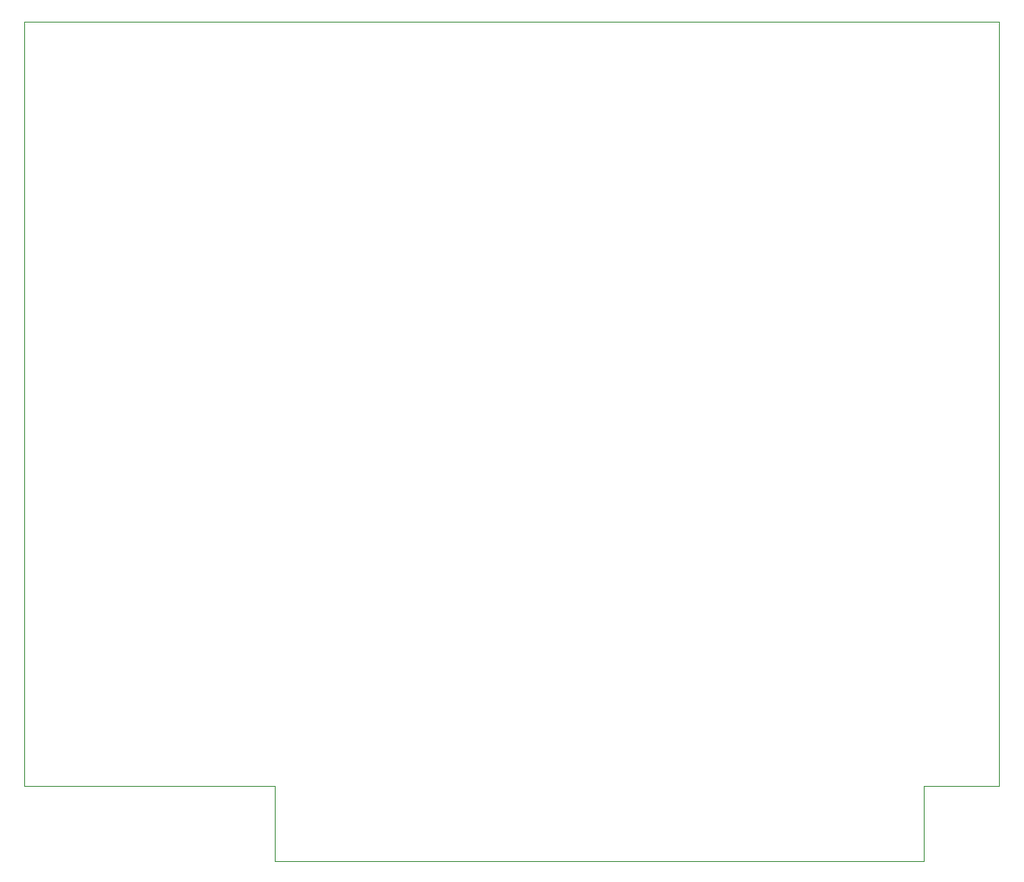
<source format=gbr>
%TF.GenerationSoftware,KiCad,Pcbnew,(6.0.2)*%
%TF.CreationDate,2022-07-07T08:16:39-05:00*%
%TF.ProjectId,ssc,7373632e-6b69-4636-9164-5f7063625858,rev?*%
%TF.SameCoordinates,Original*%
%TF.FileFunction,Legend,Bot*%
%TF.FilePolarity,Positive*%
%FSLAX46Y46*%
G04 Gerber Fmt 4.6, Leading zero omitted, Abs format (unit mm)*
G04 Created by KiCad (PCBNEW (6.0.2)) date 2022-07-07 08:16:39*
%MOMM*%
%LPD*%
G01*
G04 APERTURE LIST*
%TA.AperFunction,Profile*%
%ADD10C,0.050000*%
%TD*%
G04 APERTURE END LIST*
D10*
X127000000Y-127000000D02*
X192786000Y-127000000D01*
X192786000Y-119380000D02*
X200406000Y-119380000D01*
X127000000Y-119380000D02*
X127000000Y-127000000D01*
X101600000Y-41910000D02*
X101600000Y-119380000D01*
X101600000Y-41910000D02*
X200406000Y-41910000D01*
X101600000Y-119380000D02*
X127000000Y-119380000D01*
X200406000Y-41910000D02*
X200406000Y-119380000D01*
X192786000Y-119380000D02*
X192786000Y-127000000D01*
M02*

</source>
